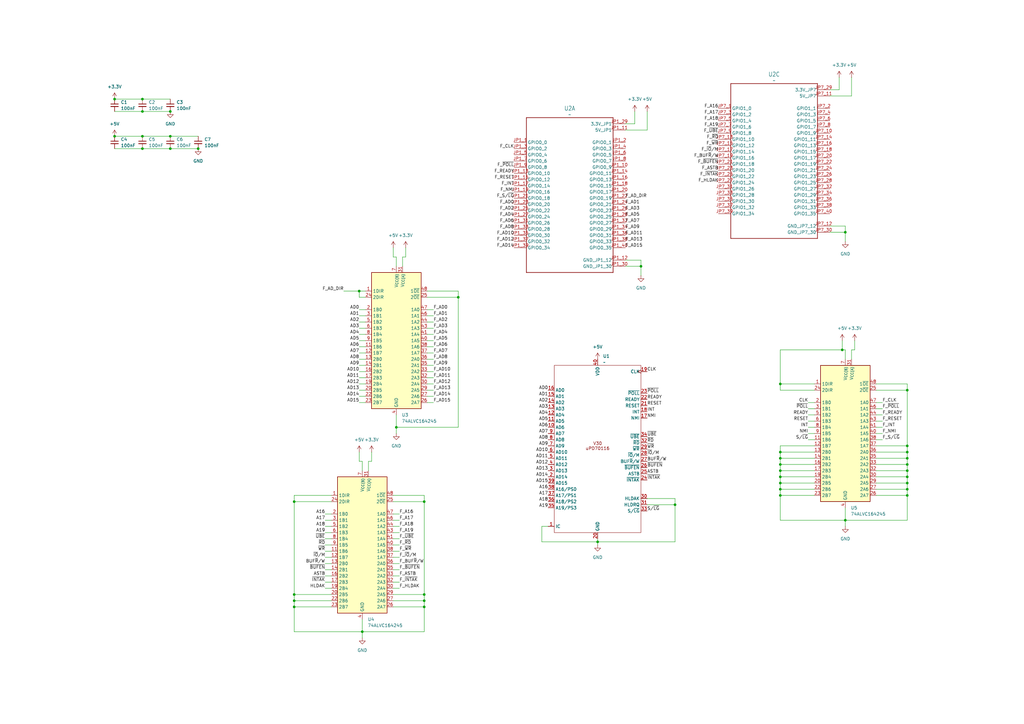
<source format=kicad_sch>
(kicad_sch (version 20231120) (generator "eeschema") (generator_version "8.0")
  (paper "A3")
  (lib_symbols
    (symbol "74xx:74ALVC164245"
      (property "Reference" "U" (at -10.16 29.21 0))
      (property "Value" "74ALVC164245" (at 1.27 -29.21 0))
      (symbol "74ALVC164245_0_1"
        (rectangle (start -10.16 27.94) (end 10.16 -27.94) (stroke (width 0.254)) (fill (type background)))
      )
      (symbol "74ALVC164245_1_1"
        (pin input line (at -12.7 20.32 0) (length 2.54) (name "1DIR") (number "1"))
        (pin passive line (at 0 -30.48 90) (length 2.54) hide (name "GND") (number "10"))
        (pin bidirectional line (at -12.7 -2.54 0) (length 2.54) (name "1B6") (number "11"))
        (pin bidirectional line (at -12.7 -5.08 0) (length 2.54) (name "1B7") (number "12"))
        (pin bidirectional line (at -12.7 -7.62 0) (length 2.54) (name "2B0") (number "13"))
        (pin bidirectional line (at -12.7 -10.16 0) (length 2.54) (name "2B1") (number "14"))
        (pin passive line (at 0 -30.48 90) (length 2.54) hide (name "GND") (number "15"))
        (pin bidirectional line (at -12.7 -12.7 0) (length 2.54) (name "2B2") (number "16"))
        (pin bidirectional line (at -12.7 -15.24 0) (length 2.54) (name "2B3") (number "17"))
        (pin passive line (at 0 30.48 270) (length 2.54) hide (name "V_{CC(B)}") (number "18"))
        (pin bidirectional line (at -12.7 -17.78 0) (length 2.54) (name "2B4") (number "19"))
        (pin bidirectional line (at -12.7 12.7 0) (length 2.54) (name "1B0") (number "2"))
        (pin bidirectional line (at -12.7 -20.32 0) (length 2.54) (name "2B5") (number "20"))
        (pin passive line (at 0 -30.48 90) (length 2.54) hide (name "GND") (number "21"))
        (pin bidirectional line (at -12.7 -22.86 0) (length 2.54) (name "2B6") (number "22"))
        (pin bidirectional line (at -12.7 -25.4 0) (length 2.54) (name "2B7") (number "23"))
        (pin input line (at -12.7 17.78 0) (length 2.54) (name "2DIR") (number "24"))
        (pin input line (at 12.7 17.78 180) (length 2.54) (name "2~{OE}") (number "25"))
        (pin bidirectional line (at 12.7 -25.4 180) (length 2.54) (name "2A7") (number "26"))
        (pin bidirectional line (at 12.7 -22.86 180) (length 2.54) (name "2A6") (number "27"))
        (pin passive line (at 0 -30.48 90) (length 2.54) hide (name "GND") (number "28"))
        (pin bidirectional line (at 12.7 -20.32 180) (length 2.54) (name "2A5") (number "29"))
        (pin bidirectional line (at -12.7 10.16 0) (length 2.54) (name "1B1") (number "3"))
        (pin bidirectional line (at 12.7 -17.78 180) (length 2.54) (name "2A4") (number "30"))
        (pin power_in line (at 2.54 30.48 270) (length 2.54) (name "V_{CC(A)}") (number "31"))
        (pin bidirectional line (at 12.7 -15.24 180) (length 2.54) (name "2A3") (number "32"))
        (pin bidirectional line (at 12.7 -12.7 180) (length 2.54) (name "2A2") (number "33"))
        (pin passive line (at 0 -30.48 90) (length 2.54) hide (name "GND") (number "34"))
        (pin bidirectional line (at 12.7 -10.16 180) (length 2.54) (name "2A1") (number "35"))
        (pin bidirectional line (at 12.7 -7.62 180) (length 2.54) (name "2A0") (number "36"))
        (pin bidirectional line (at 12.7 -5.08 180) (length 2.54) (name "1A7") (number "37"))
        (pin bidirectional line (at 12.7 -2.54 180) (length 2.54) (name "1A6") (number "38"))
        (pin passive line (at 0 -30.48 90) (length 2.54) hide (name "GND") (number "39"))
        (pin power_in line (at 0 -30.48 90) (length 2.54) (name "GND") (number "4"))
        (pin bidirectional line (at 12.7 0 180) (length 2.54) (name "1A5") (number "40"))
        (pin bidirectional line (at 12.7 2.54 180) (length 2.54) (name "1A4") (number "41"))
        (pin passive line (at 2.54 30.48 270) (length 2.54) hide (name "V_{CC(A)}") (number "42"))
        (pin bidirectional line (at 12.7 5.08 180) (length 2.54) (name "1A3") (number "43"))
        (pin bidirectional line (at 12.7 7.62 180) (length 2.54) (name "1A2") (number "44"))
        (pin passive line (at 0 -30.48 90) (length 2.54) hide (name "GND") (number "45"))
        (pin bidirectional line (at 12.7 10.16 180) (length 2.54) (name "1A1") (number "46"))
        (pin bidirectional line (at 12.7 12.7 180) (length 2.54) (name "1A0") (number "47"))
        (pin input line (at 12.7 20.32 180) (length 2.54) (name "1~{OE}") (number "48"))
        (pin bidirectional line (at -12.7 7.62 0) (length 2.54) (name "1B2") (number "5"))
        (pin bidirectional line (at -12.7 5.08 0) (length 2.54) (name "1B3") (number "6"))
        (pin power_in line (at 0 30.48 270) (length 2.54) (name "V_{CC(B)}") (number "7"))
        (pin bidirectional line (at -12.7 2.54 0) (length 2.54) (name "1B4") (number "8"))
        (pin bidirectional line (at -12.7 0 0) (length 2.54) (name "1B5") (number "9"))
      )
    )
    (symbol "Device:C_Small" (pin_numbers hide) (pin_names (offset 0.254) hide)
      (property "Reference" "C" (at 0.254 1.778 0))
      (property "Value" "C_Small" (at 0.254 -2.032 0))
      (symbol "C_Small_0_1"
        (polyline (pts (xy -1.524 -0.508) (xy 1.524 -0.508)) (stroke (width 0.3302)))
        (polyline (pts (xy -1.524 0.508) (xy 1.524 0.508)) (stroke (width 0.3048)))
      )
      (symbol "C_Small_1_1"
        (pin passive line (at 0 2.54 270) (length 2.032) (name "~") (number "1"))
        (pin passive line (at 0 -2.54 90) (length 2.032) (name "~") (number "2"))
      )
    )
    (symbol "NEC-DE10:P0496"
      (property "Reference" "U" (at -17.78 33.02 0))
      (symbol "P0496_1_0"
        (polyline (pts (xy -17.78 -33.02) (xy -17.78 30.48)) (stroke (width 0.254)))
        (polyline (pts (xy -17.78 30.48) (xy 17.78 30.48)) (stroke (width 0.254)))
        (polyline (pts (xy 17.78 -33.02) (xy -17.78 -33.02)) (stroke (width 0.254)))
        (polyline (pts (xy 17.78 30.48) (xy 17.78 -33.02)) (stroke (width 0.254)))
        (pin bidirectional line (at -22.86 20.32 0) (length 5.08) (name "GPIO0_0") (number "JP1_1"))
        (pin bidirectional line (at 22.86 10.16 180) (length 5.08) (name "GPIO0_9") (number "JP1_10"))
        (pin power_in line (at 22.86 25.4 180) (length 5.08) (name "5V_JP1") (number "JP1_11"))
        (pin power_in line (at 22.86 -27.94 180) (length 5.08) (name "GND_JP1_12") (number "JP1_12"))
        (pin bidirectional line (at -22.86 7.62 0) (length 5.08) (name "GPIO0_10") (number "JP1_13"))
        (pin bidirectional line (at 22.86 7.62 180) (length 5.08) (name "GPIO0_11") (number "JP1_14"))
        (pin bidirectional line (at -22.86 5.08 0) (length 5.08) (name "GPIO0_12") (number "JP1_15"))
        (pin bidirectional line (at 22.86 5.08 180) (length 5.08) (name "GPIO0_13") (number "JP1_16"))
        (pin bidirectional line (at -22.86 2.54 0) (length 5.08) (name "GPIO0_14") (number "JP1_17"))
        (pin bidirectional line (at 22.86 2.54 180) (length 5.08) (name "GPIO0_15") (number "JP1_18"))
        (pin bidirectional line (at -22.86 0 0) (length 5.08) (name "GPIO0_16") (number "JP1_19"))
        (pin bidirectional line (at 22.86 20.32 180) (length 5.08) (name "GPIO0_1") (number "JP1_2"))
        (pin bidirectional line (at 22.86 0 180) (length 5.08) (name "GPIO0_17") (number "JP1_20"))
        (pin bidirectional line (at -22.86 -2.54 0) (length 5.08) (name "GPIO0_18") (number "JP1_21"))
        (pin bidirectional line (at 22.86 -2.54 180) (length 5.08) (name "GPIO0_19") (number "JP1_22"))
        (pin bidirectional line (at -22.86 -5.08 0) (length 5.08) (name "GPIO0_20") (number "JP1_23"))
        (pin bidirectional line (at 22.86 -5.08 180) (length 5.08) (name "GPIO0_21") (number "JP1_24"))
        (pin bidirectional line (at -22.86 -7.62 0) (length 5.08) (name "GPIO0_22") (number "JP1_25"))
        (pin bidirectional line (at 22.86 -7.62 180) (length 5.08) (name "GPIO0_23") (number "JP1_26"))
        (pin bidirectional line (at -22.86 -10.16 0) (length 5.08) (name "GPIO0_24") (number "JP1_27"))
        (pin bidirectional line (at 22.86 -10.16 180) (length 5.08) (name "GPIO0_25") (number "JP1_28"))
        (pin power_in line (at 22.86 27.94 180) (length 5.08) (name "3.3V_JP1") (number "JP1_29"))
        (pin bidirectional line (at -22.86 17.78 0) (length 5.08) (name "GPIO0_2") (number "JP1_3"))
        (pin power_in line (at 22.86 -30.48 180) (length 5.08) (name "GND_JP1_30") (number "JP1_30"))
        (pin bidirectional line (at -22.86 -12.7 0) (length 5.08) (name "GPIO0_26") (number "JP1_31"))
        (pin bidirectional line (at 22.86 -12.7 180) (length 5.08) (name "GPIO0_27") (number "JP1_32"))
        (pin bidirectional line (at -22.86 -15.24 0) (length 5.08) (name "GPIO0_28") (number "JP1_33"))
        (pin bidirectional line (at 22.86 -15.24 180) (length 5.08) (name "GPIO0_29") (number "JP1_34"))
        (pin bidirectional line (at -22.86 -17.78 0) (length 5.08) (name "GPIO0_30") (number "JP1_35"))
        (pin bidirectional line (at 22.86 -17.78 180) (length 5.08) (name "GPIO0_31") (number "JP1_36"))
        (pin bidirectional line (at -22.86 -20.32 0) (length 5.08) (name "GPIO0_32") (number "JP1_37"))
        (pin bidirectional line (at 22.86 -20.32 180) (length 5.08) (name "GPIO0_33") (number "JP1_38"))
        (pin bidirectional line (at -22.86 -22.86 0) (length 5.08) (name "GPIO0_34") (number "JP1_39"))
        (pin bidirectional line (at 22.86 17.78 180) (length 5.08) (name "GPIO0_3") (number "JP1_4"))
        (pin bidirectional line (at 22.86 -22.86 180) (length 5.08) (name "GPIO0_35") (number "JP1_40"))
        (pin bidirectional line (at -22.86 15.24 0) (length 5.08) (name "GPIO0_4") (number "JP1_5"))
        (pin bidirectional line (at 22.86 15.24 180) (length 5.08) (name "GPIO0_5") (number "JP1_6"))
        (pin bidirectional line (at -22.86 12.7 0) (length 5.08) (name "GPIO0_6") (number "JP1_7"))
        (pin bidirectional line (at 22.86 12.7 180) (length 5.08) (name "GPIO0_7") (number "JP1_8"))
        (pin bidirectional line (at -22.86 10.16 0) (length 5.08) (name "GPIO0_8") (number "JP1_9"))
      )
      (symbol "P0496_2_0"
        (polyline (pts (xy -15.24 -45.72) (xy -15.24 48.26)) (stroke (width 0.254)))
        (polyline (pts (xy -15.24 -45.72) (xy 15.24 -45.72)) (stroke (width 0.254)))
        (polyline (pts (xy -15.24 48.26) (xy 15.24 48.26)) (stroke (width 0.254)))
        (polyline (pts (xy 15.24 48.26) (xy 15.24 -45.72)) (stroke (width 0.254)))
        (pin bidirectional clock (at -20.32 -25.4 0) (length 5.08) (name "ARDUINO_IO15/SCL") (number "JP2_1"))
        (pin bidirectional line (at -20.32 -7.62 0) (length 5.08) (name "ARDUINO_IO8") (number "JP2_10"))
        (pin bidirectional line (at -20.32 -22.86 0) (length 5.08) (name "ARDUINO_IO14/SDA") (number "JP2_2"))
        (pin bidirectional line (at -20.32 -30.48 0) (length 5.08) (name "ANALOG_VREF") (number "JP2_3"))
        (pin power_in line (at 20.32 -43.18 180) (length 5.08) (name "GND") (number "JP2_4"))
        (pin bidirectional line (at -20.32 -20.32 0) (length 5.08) (name "ARDUINO_IO13") (number "JP2_5"))
        (pin bidirectional line (at -20.32 -17.78 0) (length 5.08) (name "ARDUINO_IO12") (number "JP2_6"))
        (pin bidirectional line (at -20.32 -15.24 0) (length 5.08) (name "ARDUINO_IO11") (number "JP2_7"))
        (pin bidirectional line (at -20.32 -12.7 0) (length 5.08) (name "ARDUINO_IO10") (number "JP2_8"))
        (pin bidirectional line (at -20.32 -10.16 0) (length 5.08) (name "ARDUINO_IO9") (number "JP2_9"))
        (pin bidirectional line (at -20.32 -5.08 0) (length 5.08) (name "ARDUINO_IO7") (number "JP3_1"))
        (pin bidirectional line (at -20.32 -2.54 0) (length 5.08) (name "ARDUINO_IO6") (number "JP3_2"))
        (pin bidirectional line (at -20.32 0 0) (length 5.08) (name "ARDUINO_IO5") (number "JP3_3"))
        (pin bidirectional line (at -20.32 2.54 0) (length 5.08) (name "ARDUINO_IO4") (number "JP3_4"))
        (pin bidirectional line (at -20.32 5.08 0) (length 5.08) (name "ARDUINO_IO3") (number "JP3_5"))
        (pin bidirectional line (at -20.32 7.62 0) (length 5.08) (name "ARDUINO_IO2") (number "JP3_6"))
        (pin bidirectional line (at -20.32 10.16 0) (length 5.08) (name "ARDUINO_IO1") (number "JP3_7"))
        (pin bidirectional line (at -20.32 12.7 0) (length 5.08) (name "ARDUINO_IO0") (number "JP3_8"))
        (pin bidirectional line (at -20.32 -17.78 0) (length 5.08) (name "ARDUINO_IO12") (number "JP4_1"))
        (pin power_in line (at 20.32 45.72 180) (length 5.08) (name "VCC5") (number "JP4_2"))
        (pin bidirectional line (at -20.32 -20.32 0) (length 5.08) (name "ARDUINO_IO13") (number "JP4_3"))
        (pin bidirectional line (at -20.32 -15.24 0) (length 5.08) (name "ARDUINO_IO11") (number "JP4_4"))
        (pin input line (at -20.32 35.56 0) (length 5.08) (name "ARDUINO_RESET_N") (number "JP4_5"))
        (pin power_in line (at 20.32 -43.18 180) (length 5.08) (name "GND") (number "JP4_6"))
        (pin no_connect line (at -20.32 -38.1 0) (length 5.08) (name "NC") (number "JP5_1"))
        (pin bidirectional line (at -20.32 -33.02 0) (length 5.08) (name "IOREF") (number "JP5_2"))
        (pin input line (at -20.32 35.56 0) (length 5.08) (name "ARDUINO_RESET_N") (number "JP5_3"))
        (pin power_in line (at 20.32 43.18 180) (length 5.08) (name "VCC3P3") (number "JP5_4"))
        (pin power_in line (at 20.32 45.72 180) (length 5.08) (name "VCC5") (number "JP5_5"))
        (pin power_in line (at 20.32 -43.18 180) (length 5.08) (name "GND") (number "JP5_6"))
        (pin power_in line (at 20.32 -43.18 180) (length 5.08) (name "GND") (number "JP5_7"))
        (pin power_in line (at 20.32 40.64 180) (length 5.08) (name "VCC9") (number "JP5_8"))
        (pin input line (at -20.32 30.48 0) (length 5.08) (name "ADC_IN0") (number "JP6_1"))
        (pin input line (at -20.32 27.94 0) (length 5.08) (name "ADC_IN1") (number "JP6_2"))
        (pin input line (at -20.32 25.4 0) (length 5.08) (name "ADC_IN2") (number "JP6_3"))
        (pin input line (at -20.32 22.86 0) (length 5.08) (name "ADC_IN3") (number "JP6_4"))
        (pin input line (at -20.32 20.32 0) (length 5.08) (name "ADC_IN4") (number "JP6_5"))
        (pin input line (at -20.32 17.78 0) (length 5.08) (name "ADC_IN5") (number "JP6_6"))
      )
      (symbol "P0496_3_0"
        (polyline (pts (xy -17.78 -30.48) (xy -17.78 33.02)) (stroke (width 0.254)))
        (polyline (pts (xy -17.78 33.02) (xy 17.78 33.02)) (stroke (width 0.254)))
        (polyline (pts (xy 17.78 -30.48) (xy -17.78 -30.48)) (stroke (width 0.254)))
        (polyline (pts (xy 17.78 33.02) (xy 17.78 -30.48)) (stroke (width 0.254)))
        (pin bidirectional line (at -22.86 22.86 0) (length 5.08) (name "GPIO1_0") (number "JP7_1"))
        (pin bidirectional line (at 22.86 12.7 180) (length 5.08) (name "GPIO1_9") (number "JP7_10"))
        (pin power_in line (at 22.86 27.94 180) (length 5.08) (name "5V_JP7") (number "JP7_11"))
        (pin power_in line (at 22.86 -25.4 180) (length 5.08) (name "GND_JP7_12") (number "JP7_12"))
        (pin bidirectional line (at -22.86 10.16 0) (length 5.08) (name "GPIO1_10") (number "JP7_13"))
        (pin bidirectional line (at 22.86 10.16 180) (length 5.08) (name "GPIO1_11") (number "JP7_14"))
        (pin bidirectional line (at -22.86 7.62 0) (length 5.08) (name "GPIO1_12") (number "JP7_15"))
        (pin bidirectional line (at 22.86 7.62 180) (length 5.08) (name "GPIO1_13") (number "JP7_16"))
        (pin bidirectional line (at -22.86 5.08 0) (length 5.08) (name "GPIO1_14") (number "JP7_17"))
        (pin bidirectional line (at 22.86 5.08 180) (length 5.08) (name "GPIO1_15") (number "JP7_18"))
        (pin bidirectional line (at -22.86 2.54 0) (length 5.08) (name "GPIO1_16") (number "JP7_19"))
        (pin bidirectional line (at 22.86 22.86 180) (length 5.08) (name "GPIO1_1") (number "JP7_2"))
        (pin bidirectional line (at 22.86 2.54 180) (length 5.08) (name "GPIO1_17") (number "JP7_20"))
        (pin bidirectional line (at -22.86 0 0) (length 5.08) (name "GPIO1_18") (number "JP7_21"))
        (pin bidirectional line (at 22.86 0 180) (length 5.08) (name "GPIO1_19") (number "JP7_22"))
        (pin bidirectional line (at -22.86 -2.54 0) (length 5.08) (name "GPIO1_20") (number "JP7_23"))
        (pin bidirectional line (at 22.86 -2.54 180) (length 5.08) (name "GPIO1_21") (number "JP7_24"))
        (pin bidirectional line (at -22.86 -5.08 0) (length 5.08) (name "GPIO1_22") (number "JP7_25"))
        (pin bidirectional line (at 22.86 -5.08 180) (length 5.08) (name "GPIO1_23") (number "JP7_26"))
        (pin bidirectional line (at -22.86 -7.62 0) (length 5.08) (name "GPIO1_24") (number "JP7_27"))
        (pin bidirectional line (at 22.86 -7.62 180) (length 5.08) (name "GPIO1_25") (number "JP7_28"))
        (pin power_in line (at 22.86 30.48 180) (length 5.08) (name "3.3V_JP7") (number "JP7_29"))
        (pin bidirectional line (at -22.86 20.32 0) (length 5.08) (name "GPIO1_2") (number "JP7_3"))
        (pin power_in line (at 22.86 -27.94 180) (length 5.08) (name "GND_JP7_30") (number "JP7_30"))
        (pin bidirectional line (at -22.86 -10.16 0) (length 5.08) (name "GPIO1_26") (number "JP7_31"))
        (pin bidirectional line (at 22.86 -10.16 180) (length 5.08) (name "GPIO1_27") (number "JP7_32"))
        (pin bidirectional line (at -22.86 -12.7 0) (length 5.08) (name "GPIO1_28") (number "JP7_33"))
        (pin bidirectional line (at 22.86 -12.7 180) (length 5.08) (name "GPIO1_29") (number "JP7_34"))
        (pin bidirectional line (at -22.86 -15.24 0) (length 5.08) (name "GPIO1_30") (number "JP7_35"))
        (pin bidirectional line (at 22.86 -15.24 180) (length 5.08) (name "GPIO1_31") (number "JP7_36"))
        (pin bidirectional line (at -22.86 -17.78 0) (length 5.08) (name "GPIO1_32") (number "JP7_37"))
        (pin bidirectional line (at 22.86 -17.78 180) (length 5.08) (name "GPIO1_33") (number "JP7_38"))
        (pin bidirectional line (at -22.86 -20.32 0) (length 5.08) (name "GPIO1_34") (number "JP7_39"))
        (pin bidirectional line (at 22.86 20.32 180) (length 5.08) (name "GPIO1_3") (number "JP7_4"))
        (pin bidirectional line (at 22.86 -20.32 180) (length 5.08) (name "GPIO1_35") (number "JP7_40"))
        (pin bidirectional line (at -22.86 17.78 0) (length 5.08) (name "GPIO1_4") (number "JP7_5"))
        (pin bidirectional line (at 22.86 17.78 180) (length 5.08) (name "GPIO1_5") (number "JP7_6"))
        (pin bidirectional line (at -22.86 15.24 0) (length 5.08) (name "GPIO1_6") (number "JP7_7"))
        (pin bidirectional line (at 22.86 15.24 180) (length 5.08) (name "GPIO1_7") (number "JP7_8"))
        (pin bidirectional line (at -22.86 12.7 0) (length 5.08) (name "GPIO1_8") (number "JP7_9"))
      )
    )
    (symbol "NEC-DE10:V30"
      (property "Reference" "U" (at -17.018 34.544 0))
      (symbol "V30_0_0"
        (pin input line (at -20.32 -33.02 0) (length 2.54) (name "IC") (number "1"))
        (pin bidirectional line (at -20.32 7.62 0) (length 2.54) (name "AD6") (number "10"))
        (pin bidirectional line (at -20.32 10.16 0) (length 2.54) (name "AD5") (number "11"))
        (pin bidirectional line (at -20.32 12.7 0) (length 2.54) (name "AD4") (number "12"))
        (pin bidirectional line (at -20.32 15.24 0) (length 2.54) (name "AD3") (number "13"))
        (pin bidirectional line (at -20.32 17.78 0) (length 2.54) (name "AD2") (number "14"))
        (pin bidirectional line (at -20.32 20.32 0) (length 2.54) (name "AD1") (number "15"))
        (pin bidirectional line (at -20.32 22.86 0) (length 2.54) (name "AD0") (number "16"))
        (pin input line (at 20.32 11.43 180) (length 2.54) (name "NMI") (number "17"))
        (pin input line (at 20.32 13.97 180) (length 2.54) (name "INT") (number "18"))
        (pin bidirectional line (at -20.32 -12.7 0) (length 2.54) (name "AD14") (number "2"))
        (pin power_in line (at 0 -38.1 90) (length 2.54) (name "GND") (number "20"))
        (pin input line (at 20.32 16.51 180) (length 2.54) (name "RESET") (number "21"))
        (pin input line (at 20.32 19.05 180) (length 2.54) (name "READY") (number "22"))
        (pin input line (at 20.32 21.59 180) (length 2.54) (name "~{POLL}") (number "23"))
        (pin output line (at 20.32 -11.43 180) (length 2.54) (name "ASTB") (number "25"))
        (pin output line (at 20.32 -8.89 180) (length 2.54) (name "~{BUFEN}") (number "26"))
        (pin output line (at 20.32 -6.35 180) (length 2.54) (name "BUF~{R}/W") (number "27"))
        (pin output line (at 20.32 -3.81 180) (length 2.54) (name "~{IO}/M") (number "28"))
        (pin output line (at 20.32 -1.27 180) (length 2.54) (name "~{WR}") (number "29"))
        (pin bidirectional line (at -20.32 -10.16 0) (length 2.54) (name "AD13") (number "3"))
        (pin bidirectional line (at 20.32 -21.59 180) (length 2.54) (name "HLDAK") (number "30"))
        (pin bidirectional line (at 20.32 -24.13 180) (length 2.54) (name "HLDRQ") (number "31"))
        (pin output line (at 20.32 1.27 180) (length 2.54) (name "~{RD}") (number "32"))
        (pin input line (at 20.32 -26.67 180) (length 2.54) (name "S/~{LG}") (number "33"))
        (pin output line (at -20.32 -25.4 0) (length 2.54) (name "A19/PS3") (number "35"))
        (pin output line (at -20.32 -22.86 0) (length 2.54) (name "A18/PS2") (number "36"))
        (pin output line (at -20.32 -20.32 0) (length 2.54) (name "A17/PS1") (number "37"))
        (pin output line (at -20.32 -17.78 0) (length 2.54) (name "A16/PS0") (number "38"))
        (pin bidirectional line (at -20.32 -7.62 0) (length 2.54) (name "AD12") (number "4"))
        (pin power_in line (at 0 35.56 270) (length 2.54) (name "VDD") (number "40"))
        (pin bidirectional line (at -20.32 -5.08 0) (length 2.54) (name "AD11") (number "5"))
        (pin bidirectional line (at -20.32 -2.54 0) (length 2.54) (name "AD10") (number "6"))
        (pin bidirectional line (at -20.32 0 0) (length 2.54) (name "AD9") (number "7"))
        (pin bidirectional line (at -20.32 2.54 0) (length 2.54) (name "AD8") (number "8"))
        (pin bidirectional line (at -20.32 5.08 0) (length 2.54) (name "AD7") (number "9"))
      )
      (symbol "V30_0_1"
        (rectangle (start -17.78 33.02) (end 17.78 -35.56))
      )
      (symbol "V30_1_0"
        (pin output clock (at 20.32 30.48 180) (length 2.54) (name "CLK") (number "19"))
        (pin output line (at 20.32 -13.97 180) (length 2.54) (name "~{INTAK}") (number "24"))
        (pin output line (at 20.32 3.81 180) (length 2.54) (name "~{UBE}") (number "34"))
        (pin bidirectional line (at -20.32 -15.24 0) (length 2.54) (name "AD15") (number "39"))
      )
      (symbol "V30_1_1"
        (text "V30\nuPD70116" (at 0 0 0) (effects (font (size 1.27 1.27))))
      )
    )
    (symbol "power:+3.3V" (power) (pin_numbers hide) (pin_names (offset 0) hide)
      (property "Value" "+3.3V" (at 0 3.556 0))
      (symbol "+3.3V_0_1"
        (polyline (pts (xy -0.762 1.27) (xy 0 2.54)))
        (polyline (pts (xy 0 0) (xy 0 2.54)))
        (polyline (pts (xy 0 2.54) (xy 0.762 1.27)))
      )
      (symbol "+3.3V_1_1"
        (pin power_in line (at 0 0 90) (length 0) (name "~") (number "1"))
      )
    )
    (symbol "power:+5V" (power) (pin_numbers hide) (pin_names (offset 0) hide)
      (property "Value" "+5V" (at 0 3.556 0))
      (symbol "+5V_0_1"
        (polyline (pts (xy -0.762 1.27) (xy 0 2.54)))
        (polyline (pts (xy 0 0) (xy 0 2.54)))
        (polyline (pts (xy 0 2.54) (xy 0.762 1.27)))
      )
      (symbol "+5V_1_1"
        (pin power_in line (at 0 0 90) (length 0) (name "~") (number "1"))
      )
    )
    (symbol "power:GND" (power) (pin_numbers hide) (pin_names (offset 0) hide)
      (property "Value" "GND" (at 0 -3.81 0))
      (symbol "GND_0_1"
        (polyline (pts (xy 0 0) (xy 0 -1.27) (xy 1.27 -1.27) (xy 0 -2.54) (xy -1.27 -1.27) (xy 0 -1.27)))
      )
      (symbol "GND_1_1"
        (pin power_in line (at 0 0 270) (length 0) (name "~") (number "1"))
      )
    )
  )
  (junction (at 120.65 248.92))
  (junction (at 81.28 60.96))
  (junction (at 320.04 198.12))
  (junction (at 120.65 243.84))
  (junction (at 372.11 160.02))
  (junction (at 320.04 190.5))
  (junction (at 345.44 143.51))
  (junction (at 187.96 121.92))
  (junction (at 372.11 187.96))
  (junction (at 372.11 193.04))
  (junction (at 173.99 246.38))
  (junction (at 320.04 195.58))
  (junction (at 69.85 45.72))
  (junction (at 320.04 187.96))
  (junction (at 162.56 175.26))
  (junction (at 120.65 246.38))
  (junction (at 245.11 222.25))
  (junction (at 346.71 213.36))
  (junction (at 320.04 193.04))
  (junction (at 58.42 60.96))
  (junction (at 69.85 55.88))
  (junction (at 320.04 203.2))
  (junction (at 58.42 45.72))
  (junction (at 173.99 248.92))
  (junction (at 148.59 259.08))
  (junction (at 147.32 119.38))
  (junction (at 120.65 205.74))
  (junction (at 173.99 243.84))
  (junction (at 372.11 200.66))
  (junction (at 320.04 200.66))
  (junction (at 372.11 190.5))
  (junction (at 320.04 157.48))
  (junction (at 372.11 198.12))
  (junction (at 372.11 182.88))
  (junction (at 346.71 95.25))
  (junction (at 320.04 185.42))
  (junction (at 46.99 40.64))
  (junction (at 173.99 205.74))
  (junction (at 372.11 185.42))
  (junction (at 58.42 40.64))
  (junction (at 276.86 207.01))
  (junction (at 262.89 109.22))
  (junction (at 69.85 60.96))
  (junction (at 46.99 55.88))
  (junction (at 372.11 203.2))
  (junction (at 372.11 195.58))
  (junction (at 58.42 55.88))
  (wire (pts (xy 320.04 187.96) (xy 320.04 190.5)))
  (wire (pts (xy 135.89 215.9) (xy 133.35 215.9)))
  (wire (pts (xy 320.04 185.42) (xy 320.04 187.96)))
  (wire (pts (xy 163.83 238.76) (xy 161.29 238.76)))
  (wire (pts (xy 135.89 213.36) (xy 133.35 213.36)))
  (wire (pts (xy 163.83 220.98) (xy 161.29 220.98)))
  (wire (pts (xy 151.13 189.23) (xy 152.4 189.23)))
  (wire (pts (xy 340.36 95.25) (xy 346.71 95.25)))
  (wire (pts (xy 340.36 92.71) (xy 346.71 92.71)))
  (wire (pts (xy 175.26 152.4) (xy 177.8 152.4)))
  (wire (pts (xy 120.65 243.84) (xy 120.65 246.38)))
  (wire (pts (xy 147.32 154.94) (xy 149.86 154.94)))
  (wire (pts (xy 175.26 154.94) (xy 177.8 154.94)))
  (wire (pts (xy 175.26 165.1) (xy 177.8 165.1)))
  (wire (pts (xy 163.83 223.52) (xy 161.29 223.52)))
  (wire (pts (xy 346.71 147.32) (xy 346.71 143.51)))
  (wire (pts (xy 162.56 170.18) (xy 162.56 175.26)))
  (wire (pts (xy 58.42 60.96) (xy 69.85 60.96)))
  (wire (pts (xy 46.99 55.88) (xy 58.42 55.88)))
  (wire (pts (xy 120.65 246.38) (xy 120.65 248.92)))
  (wire (pts (xy 147.32 129.54) (xy 149.86 129.54)))
  (wire (pts (xy 340.36 36.83) (xy 344.17 36.83)))
  (wire (pts (xy 69.85 55.88) (xy 81.28 55.88)))
  (wire (pts (xy 361.95 165.1) (xy 359.41 165.1)))
  (wire (pts (xy 346.71 213.36) (xy 346.71 215.9)))
  (wire (pts (xy 320.04 198.12) (xy 334.01 198.12)))
  (wire (pts (xy 359.41 203.2) (xy 372.11 203.2)))
  (wire (pts (xy 135.89 220.98) (xy 133.35 220.98)))
  (wire (pts (xy 320.04 190.5) (xy 334.01 190.5)))
  (wire (pts (xy 163.83 218.44) (xy 161.29 218.44)))
  (wire (pts (xy 135.89 210.82) (xy 133.35 210.82)))
  (wire (pts (xy 147.32 162.56) (xy 149.86 162.56)))
  (wire (pts (xy 147.32 157.48) (xy 149.86 157.48)))
  (wire (pts (xy 165.1 109.22) (xy 165.1 105.41)))
  (wire (pts (xy 256.54 53.34) (xy 265.43 53.34)))
  (wire (pts (xy 173.99 259.08) (xy 148.59 259.08)))
  (wire (pts (xy 46.99 45.72) (xy 58.42 45.72)))
  (wire (pts (xy 120.65 243.84) (xy 120.65 205.74)))
  (wire (pts (xy 147.32 119.38) (xy 149.86 119.38)))
  (wire (pts (xy 372.11 195.58) (xy 372.11 193.04)))
  (wire (pts (xy 320.04 160.02) (xy 334.01 160.02)))
  (wire (pts (xy 120.65 248.92) (xy 135.89 248.92)))
  (wire (pts (xy 149.86 121.92) (xy 147.32 121.92)))
  (wire (pts (xy 372.11 187.96) (xy 372.11 185.42)))
  (wire (pts (xy 135.89 238.76) (xy 133.35 238.76)))
  (wire (pts (xy 162.56 105.41) (xy 161.29 105.41)))
  (wire (pts (xy 256.54 106.68) (xy 262.89 106.68)))
  (wire (pts (xy 320.04 203.2) (xy 320.04 213.36)))
  (wire (pts (xy 135.89 243.84) (xy 120.65 243.84)))
  (wire (pts (xy 163.83 213.36) (xy 161.29 213.36)))
  (wire (pts (xy 334.01 157.48) (xy 320.04 157.48)))
  (wire (pts (xy 140.97 119.38) (xy 147.32 119.38)))
  (wire (pts (xy 359.41 190.5) (xy 372.11 190.5)))
  (wire (pts (xy 147.32 137.16) (xy 149.86 137.16)))
  (wire (pts (xy 175.26 137.16) (xy 177.8 137.16)))
  (wire (pts (xy 320.04 195.58) (xy 334.01 195.58)))
  (wire (pts (xy 359.41 195.58) (xy 372.11 195.58)))
  (wire (pts (xy 135.89 203.2) (xy 120.65 203.2)))
  (wire (pts (xy 320.04 190.5) (xy 320.04 193.04)))
  (wire (pts (xy 372.11 193.04) (xy 372.11 190.5)))
  (wire (pts (xy 320.04 195.58) (xy 320.04 198.12)))
  (wire (pts (xy 372.11 203.2) (xy 372.11 200.66)))
  (wire (pts (xy 58.42 55.88) (xy 69.85 55.88)))
  (wire (pts (xy 361.95 175.26) (xy 359.41 175.26)))
  (wire (pts (xy 147.32 149.86) (xy 149.86 149.86)))
  (wire (pts (xy 135.89 223.52) (xy 133.35 223.52)))
  (wire (pts (xy 359.41 193.04) (xy 372.11 193.04)))
  (wire (pts (xy 161.29 205.74) (xy 173.99 205.74)))
  (wire (pts (xy 175.26 162.56) (xy 177.8 162.56)))
  (wire (pts (xy 163.83 228.6) (xy 161.29 228.6)))
  (wire (pts (xy 256.54 109.22) (xy 262.89 109.22)))
  (wire (pts (xy 152.4 189.23) (xy 152.4 185.42)))
  (wire (pts (xy 320.04 187.96) (xy 334.01 187.96)))
  (wire (pts (xy 334.01 165.1) (xy 331.47 165.1)))
  (wire (pts (xy 320.04 213.36) (xy 346.71 213.36)))
  (wire (pts (xy 175.26 157.48) (xy 177.8 157.48)))
  (wire (pts (xy 359.41 198.12) (xy 372.11 198.12)))
  (wire (pts (xy 175.26 119.38) (xy 187.96 119.38)))
  (wire (pts (xy 349.25 39.37) (xy 349.25 31.75)))
  (wire (pts (xy 161.29 248.92) (xy 173.99 248.92)))
  (wire (pts (xy 334.01 180.34) (xy 331.47 180.34)))
  (wire (pts (xy 245.11 222.25) (xy 245.11 223.52)))
  (wire (pts (xy 120.65 259.08) (xy 148.59 259.08)))
  (wire (pts (xy 148.59 193.04) (xy 148.59 189.23)))
  (wire (pts (xy 372.11 213.36) (xy 346.71 213.36)))
  (wire (pts (xy 173.99 246.38) (xy 173.99 243.84)))
  (wire (pts (xy 320.04 193.04) (xy 334.01 193.04)))
  (wire (pts (xy 346.71 95.25) (xy 346.71 99.06)))
  (wire (pts (xy 372.11 185.42) (xy 372.11 182.88)))
  (wire (pts (xy 163.83 215.9) (xy 161.29 215.9)))
  (wire (pts (xy 320.04 182.88) (xy 320.04 185.42)))
  (wire (pts (xy 175.26 139.7) (xy 177.8 139.7)))
  (wire (pts (xy 175.26 142.24) (xy 177.8 142.24)))
  (wire (pts (xy 58.42 45.72) (xy 69.85 45.72)))
  (wire (pts (xy 260.35 50.8) (xy 260.35 45.72)))
  (wire (pts (xy 163.83 210.82) (xy 161.29 210.82)))
  (wire (pts (xy 320.04 198.12) (xy 320.04 200.66)))
  (wire (pts (xy 147.32 134.62) (xy 149.86 134.62)))
  (wire (pts (xy 165.1 105.41) (xy 166.37 105.41)))
  (wire (pts (xy 151.13 193.04) (xy 151.13 189.23)))
  (wire (pts (xy 163.83 241.3) (xy 161.29 241.3)))
  (wire (pts (xy 320.04 143.51) (xy 320.04 157.48)))
  (wire (pts (xy 349.25 147.32) (xy 349.25 143.51)))
  (wire (pts (xy 175.26 144.78) (xy 177.8 144.78)))
  (wire (pts (xy 69.85 60.96) (xy 81.28 60.96)))
  (wire (pts (xy 345.44 143.51) (xy 345.44 139.7)))
  (wire (pts (xy 46.99 40.64) (xy 58.42 40.64)))
  (wire (pts (xy 256.54 50.8) (xy 260.35 50.8)))
  (wire (pts (xy 262.89 109.22) (xy 262.89 113.03)))
  (wire (pts (xy 173.99 248.92) (xy 173.99 246.38)))
  (wire (pts (xy 120.65 203.2) (xy 120.65 205.74)))
  (wire (pts (xy 161.29 105.41) (xy 161.29 101.6)))
  (wire (pts (xy 187.96 175.26) (xy 162.56 175.26)))
  (wire (pts (xy 148.59 254) (xy 148.59 259.08)))
  (wire (pts (xy 166.37 105.41) (xy 166.37 101.6)))
  (wire (pts (xy 135.89 236.22) (xy 133.35 236.22)))
  (wire (pts (xy 361.95 180.34) (xy 359.41 180.34)))
  (wire (pts (xy 173.99 203.2) (xy 161.29 203.2)))
  (wire (pts (xy 276.86 207.01) (xy 276.86 222.25)))
  (wire (pts (xy 361.95 177.8) (xy 359.41 177.8)))
  (wire (pts (xy 120.65 246.38) (xy 135.89 246.38)))
  (wire (pts (xy 334.01 170.18) (xy 331.47 170.18)))
  (wire (pts (xy 340.36 39.37) (xy 349.25 39.37)))
  (wire (pts (xy 147.32 165.1) (xy 149.86 165.1)))
  (wire (pts (xy 147.32 142.24) (xy 149.86 142.24)))
  (wire (pts (xy 187.96 119.38) (xy 187.96 121.92)))
  (wire (pts (xy 265.43 204.47) (xy 276.86 204.47)))
  (wire (pts (xy 162.56 175.26) (xy 162.56 177.8)))
  (wire (pts (xy 175.26 127) (xy 177.8 127)))
  (wire (pts (xy 135.89 218.44) (xy 133.35 218.44)))
  (wire (pts (xy 359.41 187.96) (xy 372.11 187.96)))
  (wire (pts (xy 135.89 226.06) (xy 133.35 226.06)))
  (wire (pts (xy 372.11 200.66) (xy 372.11 198.12)))
  (wire (pts (xy 372.11 160.02) (xy 372.11 157.48)))
  (wire (pts (xy 147.32 160.02) (xy 149.86 160.02)))
  (wire (pts (xy 320.04 200.66) (xy 320.04 203.2)))
  (wire (pts (xy 147.32 121.92) (xy 147.32 119.38)))
  (wire (pts (xy 350.52 143.51) (xy 350.52 139.7)))
  (wire (pts (xy 163.83 233.68) (xy 161.29 233.68)))
  (wire (pts (xy 265.43 53.34) (xy 265.43 45.72)))
  (wire (pts (xy 372.11 182.88) (xy 372.11 160.02)))
  (wire (pts (xy 320.04 157.48) (xy 320.04 160.02)))
  (wire (pts (xy 372.11 198.12) (xy 372.11 195.58)))
  (wire (pts (xy 187.96 121.92) (xy 187.96 175.26)))
  (wire (pts (xy 359.41 160.02) (xy 372.11 160.02)))
  (wire (pts (xy 120.65 205.74) (xy 135.89 205.74)))
  (wire (pts (xy 361.95 167.64) (xy 359.41 167.64)))
  (wire (pts (xy 173.99 259.08) (xy 173.99 248.92)))
  (wire (pts (xy 148.59 189.23) (xy 147.32 189.23)))
  (wire (pts (xy 161.29 243.84) (xy 173.99 243.84)))
  (wire (pts (xy 276.86 204.47) (xy 276.86 207.01)))
  (wire (pts (xy 135.89 228.6) (xy 133.35 228.6)))
  (wire (pts (xy 175.26 147.32) (xy 177.8 147.32)))
  (wire (pts (xy 359.41 182.88) (xy 372.11 182.88)))
  (wire (pts (xy 173.99 243.84) (xy 173.99 205.74)))
  (wire (pts (xy 224.79 215.9) (xy 222.25 215.9)))
  (wire (pts (xy 334.01 175.26) (xy 331.47 175.26)))
  (wire (pts (xy 372.11 157.48) (xy 359.41 157.48)))
  (wire (pts (xy 346.71 143.51) (xy 345.44 143.51)))
  (wire (pts (xy 147.32 132.08) (xy 149.86 132.08)))
  (wire (pts (xy 46.99 60.96) (xy 58.42 60.96)))
  (wire (pts (xy 349.25 143.51) (xy 350.52 143.51)))
  (wire (pts (xy 345.44 143.51) (xy 320.04 143.51)))
  (wire (pts (xy 320.04 182.88) (xy 334.01 182.88)))
  (wire (pts (xy 372.11 190.5) (xy 372.11 187.96)))
  (wire (pts (xy 245.11 220.98) (xy 245.11 222.25)))
  (wire (pts (xy 135.89 233.68) (xy 133.35 233.68)))
  (wire (pts (xy 222.25 215.9) (xy 222.25 222.25)))
  (wire (pts (xy 320.04 185.42) (xy 334.01 185.42)))
  (wire (pts (xy 334.01 172.72) (xy 331.47 172.72)))
  (wire (pts (xy 58.42 40.64) (xy 69.85 40.64)))
  (wire (pts (xy 161.29 246.38) (xy 173.99 246.38)))
  (wire (pts (xy 163.83 226.06) (xy 161.29 226.06)))
  (wire (pts (xy 359.41 200.66) (xy 372.11 200.66)))
  (wire (pts (xy 175.26 160.02) (xy 177.8 160.02)))
  (wire (pts (xy 147.32 147.32) (xy 149.86 147.32)))
  (wire (pts (xy 334.01 177.8) (xy 331.47 177.8)))
  (wire (pts (xy 120.65 248.92) (xy 120.65 259.08)))
  (wire (pts (xy 175.26 121.92) (xy 187.96 121.92)))
  (wire (pts (xy 175.26 132.08) (xy 177.8 132.08)))
  (wire (pts (xy 320.04 203.2) (xy 334.01 203.2)))
  (wire (pts (xy 361.95 172.72) (xy 359.41 172.72)))
  (wire (pts (xy 222.25 222.25) (xy 245.11 222.25)))
  (wire (pts (xy 147.32 144.78) (xy 149.86 144.78)))
  (wire (pts (xy 175.26 149.86) (xy 177.8 149.86)))
  (wire (pts (xy 320.04 200.66) (xy 334.01 200.66)))
  (wire (pts (xy 147.32 127) (xy 149.86 127)))
  (wire (pts (xy 175.26 134.62) (xy 177.8 134.62)))
  (wire (pts (xy 346.71 208.28) (xy 346.71 213.36)))
  (wire (pts (xy 320.04 193.04) (xy 320.04 195.58)))
  (wire (pts (xy 175.26 129.54) (xy 177.8 129.54)))
  (wire (pts (xy 148.59 259.08) (xy 148.59 261.62)))
  (wire (pts (xy 147.32 189.23) (xy 147.32 185.42)))
  (wire (pts (xy 163.83 231.14) (xy 161.29 231.14)))
  (wire (pts (xy 334.01 167.64) (xy 331.47 167.64)))
  (wire (pts (xy 361.95 170.18) (xy 359.41 170.18)))
  (wire (pts (xy 173.99 205.74) (xy 173.99 203.2)))
  (wire (pts (xy 262.89 106.68) (xy 262.89 109.22)))
  (wire (pts (xy 372.11 213.36) (xy 372.11 203.2)))
  (wire (pts (xy 265.43 207.01) (xy 276.86 207.01)))
  (wire (pts (xy 344.17 36.83) (xy 344.17 31.75)))
  (wire (pts (xy 163.83 236.22) (xy 161.29 236.22)))
  (wire (pts (xy 162.56 109.22) (xy 162.56 105.41)))
  (wire (pts (xy 147.32 152.4) (xy 149.86 152.4)))
  (wire (pts (xy 147.32 139.7) (xy 149.86 139.7)))
  (wire (pts (xy 135.89 241.3) (xy 133.35 241.3)))
  (wire (pts (xy 135.89 231.14) (xy 133.35 231.14)))
  (wire (pts (xy 346.71 92.71) (xy 346.71 95.25)))
  (wire (pts (xy 276.86 222.25) (xy 245.11 222.25)))
  (wire (pts (xy 359.41 185.42) (xy 372.11 185.42)))
  (label "F_INT" (at 210.82 76.2 180))
  (label "F_AD9" (at 256.54 93.98 0))
  (label "F_~{RD}" (at 163.83 223.52 0))
  (label "F_~{BUFEN}" (at 163.83 233.68 0))
  (label "F_AD2" (at 210.82 86.36 180))
  (label "F_READY" (at 361.95 170.18 0))
  (label "AD1" (at 224.79 162.56 180))
  (label "F_AD0" (at 210.82 83.82 180))
  (label "F_NMI" (at 361.95 177.8 0))
  (label "~{IO}{slash}M" (at 265.43 186.69 0))
  (label "INT" (at 331.47 175.26 180))
  (label "F_AD15" (at 177.8 165.1 0))
  (label "F_A18" (at 163.83 215.9 0))
  (label "F_AD5" (at 177.8 139.7 0))
  (label "A19" (at 224.79 208.28 180))
  (label "F_~{POLL}" (at 361.95 167.64 0))
  (label "F_AD7" (at 177.8 144.78 0))
  (label "NMI" (at 331.47 177.8 180))
  (label "F_AD13" (at 256.54 99.06 0))
  (label "F_~{UBE}" (at 294.64 54.61 180))
  (label "~{INTAK}" (at 265.43 196.85 0))
  (label "AD7" (at 224.79 177.8 180))
  (label "~{BUFEN}" (at 133.35 233.68 180))
  (label "ASTB" (at 265.43 194.31 0))
  (label "F_AD3" (at 256.54 86.36 0))
  (label "A18" (at 224.79 205.74 180))
  (label "F_AD1" (at 256.54 83.82 0))
  (label "S{slash}~{LG}" (at 331.47 180.34 180))
  (label "RESET" (at 331.47 172.72 180))
  (label "AD15" (at 224.79 198.12 180))
  (label "F_RESET" (at 361.95 172.72 0))
  (label "F_AD_DIR" (at 140.97 119.38 180))
  (label "F_A16" (at 163.83 210.82 0))
  (label "F_AD12" (at 177.8 157.48 0))
  (label "F_AD8" (at 177.8 147.32 0))
  (label "F_AD12" (at 210.82 99.06 180))
  (label "READY" (at 265.43 163.83 0))
  (label "BUF~{R}{slash}W" (at 265.43 189.23 0))
  (label "F_~{BUFEN}" (at 294.64 67.31 180))
  (label "F_AD7" (at 256.54 91.44 0))
  (label "~{UBE}" (at 133.35 220.98 180))
  (label "F_AD2" (at 177.8 132.08 0))
  (label "ASTB" (at 133.35 236.22 180))
  (label "F_A17" (at 163.83 213.36 0))
  (label "F_AD_DIR" (at 256.54 81.28 0))
  (label "CLK" (at 265.43 152.4 0))
  (label "AD8" (at 147.32 147.32 180))
  (label "AD4" (at 147.32 137.16 180))
  (label "AD12" (at 224.79 190.5 180))
  (label "F_AD9" (at 177.8 149.86 0))
  (label "AD8" (at 224.79 180.34 180))
  (label "F_AD11" (at 177.8 154.94 0))
  (label "AD6" (at 147.32 142.24 180))
  (label "F_~{RD}" (at 294.64 57.15 180))
  (label "AD7" (at 147.32 144.78 180))
  (label "F_A19" (at 294.64 52.07 180))
  (label "NMI" (at 265.43 171.45 0))
  (label "F_~{WR}" (at 294.64 59.69 180))
  (label "AD10" (at 224.79 185.42 180))
  (label "AD15" (at 147.32 165.1 180))
  (label "F_AD10" (at 210.82 96.52 180))
  (label "CLK" (at 331.47 165.1 180))
  (label "F_HLDAK" (at 163.83 241.3 0))
  (label "F_A19" (at 163.83 218.44 0))
  (label "F_~{IO}{slash}M" (at 294.64 62.23 180))
  (label "AD3" (at 224.79 167.64 180))
  (label "F_AD0" (at 177.8 127 0))
  (label "F_CLK" (at 210.82 60.96 180))
  (label "F_AD4" (at 177.8 137.16 0))
  (label "F_AD1" (at 177.8 129.54 0))
  (label "F_A16" (at 294.64 44.45 180))
  (label "F_READY" (at 210.82 71.12 180))
  (label "A17" (at 224.79 203.2 180))
  (label "AD6" (at 224.79 175.26 180))
  (label "~{RD}" (at 133.35 223.52 180))
  (label "F_BUF~{R}{slash}W" (at 163.83 231.14 0))
  (label "~{UBE}" (at 265.43 179.07 0))
  (label "~{IO}{slash}M" (at 133.35 228.6 180))
  (label "F_AD15" (at 256.54 101.6 0))
  (label "A16" (at 224.79 200.66 180))
  (label "AD9" (at 147.32 149.86 180))
  (label "READY" (at 331.47 170.18 180))
  (label "~{BUFEN}" (at 265.43 191.77 0))
  (label "F_AD8" (at 210.82 93.98 180))
  (label "~{WR}" (at 133.35 226.06 180))
  (label "F_AD4" (at 210.82 88.9 180))
  (label "F_~{WR}" (at 163.83 226.06 0))
  (label "F_NMI" (at 210.82 78.74 180))
  (label "AD11" (at 147.32 154.94 180))
  (label "F_AD14" (at 210.82 101.6 180))
  (label "AD12" (at 147.32 157.48 180))
  (label "F_INT" (at 361.95 175.26 0))
  (label "AD10" (at 147.32 152.4 180))
  (label "F_AD11" (at 256.54 96.52 0))
  (label "F_AD10" (at 177.8 152.4 0))
  (label "AD5" (at 147.32 139.7 180))
  (label "~{RD}" (at 265.43 181.61 0))
  (label "AD2" (at 147.32 132.08 180))
  (label "HLDAK" (at 133.35 241.3 180))
  (label "F_~{INTAK}" (at 163.83 238.76 0))
  (label "AD5" (at 224.79 172.72 180))
  (label "BUF~{R}{slash}W" (at 133.35 231.14 180))
  (label "F_~{POLL}" (at 210.82 68.58 180))
  (label "~{INTAK}" (at 133.35 238.76 180))
  (label "F_S{slash}~{LG}" (at 210.82 81.28 180))
  (label "AD0" (at 147.32 127 180))
  (label "F_~{INTAK}" (at 294.64 72.39 180))
  (label "AD0" (at 224.79 160.02 180))
  (label "S{slash}~{LG}" (at 265.43 209.55 0))
  (label "A17" (at 133.35 213.36 180))
  (label "F_BUF~{R}{slash}W" (at 294.64 64.77 180))
  (label "~{POLL}" (at 331.47 167.64 180))
  (label "F_S{slash}~{LG}" (at 361.95 180.34 0))
  (label "F_RESET" (at 210.82 73.66 180))
  (label "AD14" (at 147.32 162.56 180))
  (label "F_AD6" (at 210.82 91.44 180))
  (label "AD13" (at 224.79 193.04 180))
  (label "A19" (at 133.35 218.44 180))
  (label "F_HLDAK" (at 294.64 74.93 180))
  (label "F_AD3" (at 177.8 134.62 0))
  (label "RESET" (at 265.43 166.37 0))
  (label "A18" (at 133.35 215.9 180))
  (label "~{WR}" (at 265.43 184.15 0))
  (label "AD11" (at 224.79 187.96 180))
  (label "F_~{UBE}" (at 163.83 220.98 0))
  (label "F_AD14" (at 177.8 162.56 0))
  (label "AD13" (at 147.32 160.02 180))
  (label "AD3" (at 147.32 134.62 180))
  (label "F_AD13" (at 177.8 160.02 0))
  (label "~{POLL}" (at 265.43 161.29 0))
  (label "INT" (at 265.43 168.91 0))
  (label "AD2" (at 224.79 165.1 180))
  (label "A16" (at 133.35 210.82 180))
  (label "AD4" (at 224.79 170.18 180))
  (label "F_A17" (at 294.64 46.99 180))
  (label "F_ASTB" (at 163.83 236.22 0))
  (label "F_AD5" (at 256.54 88.9 0))
  (label "F_~{IO}{slash}M" (at 163.83 228.6 0))
  (label "AD14" (at 224.79 195.58 180))
  (label "F_AD6" (at 177.8 142.24 0))
  (label "F_A18" (at 294.64 49.53 180))
  (label "F_CLK" (at 361.95 165.1 0))
  (label "AD1" (at 147.32 129.54 180))
  (label "AD9" (at 224.79 182.88 180))
  (label "F_ASTB" (at 294.64 69.85 180))
  (symbol (lib_id "power:GND") (at 346.71 99.06 0) (unit 1)
    (property "Reference" "#PWR016" (effects (hide yes)))
    (property "Value" "GND" (at 346.71 104.14 0))
    (property "Description" "Power symbol creates a global label with name \"GND\" , ground" (effects (hide yes)))
  )
  (symbol (lib_id "Device:C_Small") (at 58.42 58.42 0) (unit 1)
    (property "Reference" "C5" (at 60.96 57.1562 0) (effects (justify left)))
    (property "Value" "100nF" (at 60.96 59.6962 0) (effects (justify left)))
    (property "Footprint" "Capacitor_SMD:C_0603_1608Metric" (effects (hide yes)))
    (property "Description" "Unpolarized capacitor, small symbol" (effects (hide yes)))
    (property "MPN" "C14663" (effects (hide yes)))
  )
  (symbol (lib_id "Device:C_Small") (at 69.85 58.42 0) (unit 1)
    (property "Reference" "C6" (at 72.39 57.1562 0) (effects (justify left)))
    (property "Value" "100nF" (at 72.39 59.6962 0) (effects (justify left)))
    (property "Footprint" "Capacitor_SMD:C_0603_1608Metric" (effects (hide yes)))
    (property "Description" "Unpolarized capacitor, small symbol" (effects (hide yes)))
    (property "MPN" "C14663" (effects (hide yes)))
  )
  (symbol (lib_id "power:GND") (at 262.89 113.03 0) (unit 1)
    (property "Reference" "#PWR015" (effects (hide yes)))
    (property "Value" "GND" (at 262.89 118.11 0))
    (property "Description" "Power symbol creates a global label with name \"GND\" , ground" (effects (hide yes)))
  )
  (symbol (lib_id "power:GND") (at 162.56 177.8 0) (unit 1)
    (property "Reference" "#PWR03" (effects (hide yes)))
    (property "Value" "GND" (at 162.56 182.88 0))
    (property "Description" "Power symbol creates a global label with name \"GND\" , ground" (effects (hide yes)))
  )
  (symbol (lib_id "power:GND") (at 148.59 261.62 0) (unit 1)
    (property "Reference" "#PWR06" (effects (hide yes)))
    (property "Value" "GND" (at 148.59 266.7 0))
    (property "Description" "Power symbol creates a global label with name \"GND\" , ground" (effects (hide yes)))
  )
  (symbol (lib_id "power:GND") (at 81.28 60.96 0) (unit 1)
    (property "Reference" "#PWR013" (effects (hide yes)))
    (property "Value" "GND" (at 81.28 66.04 0))
    (property "Description" "Power symbol creates a global label with name \"GND\" , ground" (effects (hide yes)))
  )
  (symbol (lib_id "power:+3.3V") (at 166.37 101.6 0) (unit 1)
    (property "Reference" "#PWR02" (effects (hide yes)))
    (property "Value" "+3.3V" (at 166.37 96.52 0))
    (property "Description" "Power symbol creates a global label with name \"+3.3V\"" (effects (hide yes)))
  )
  (symbol (lib_id "NEC-DE10:V30") (at 245.11 182.88 0) (unit 1)
    (property "Reference" "U1" (at 247.3041 146.05 0) (effects (justify left)))
    (property "Value" "~" (at 247.3041 148.59 0) (effects (justify left)))
    (property "Footprint" "Package_DIP:DIP-40_W15.24mm_Socket" (effects (hide yes)))
  )
  (symbol (lib_id "NEC-DE10:P0496") (at 233.68 78.74 0) (unit 1)
    (property "Reference" "U2" (at 233.68 44.45 0) (effects (font (size 1.778 1.5113))))
    (property "Value" "~" (at 233.68 46.99 0) (effects (font (size 1.778 1.5113))))
    (property "Footprint" "NEC-DE10:MODULE_P0496" (effects (hide yes)))
    (property "Description" "https://pricing.snapeda.com/parts/P0496/Terasic%20Inc./view-part?ref=eda Check availability" (effects (hide yes)))
  )
  (symbol (lib_id "NEC-DE10:P0496") (at 317.5 67.31 0) (unit 3)
    (property "Reference" "U2" (at 317.5 30.48 0) (effects (font (size 1.778 1.5113))))
    (property "Value" "~" (at 317.5 33.02 0) (effects (font (size 1.778 1.5113))))
    (property "Footprint" "NEC-DE10:MODULE_P0496" (effects (hide yes)))
    (property "Description" "https://pricing.snapeda.com/parts/P0496/Terasic%20Inc./view-part?ref=eda Check availability" (effects (hide yes)))
  )
  (symbol (lib_id "power:+3.3V") (at 350.52 139.7 0) (unit 1)
    (property "Reference" "#PWR09" (effects (hide yes)))
    (property "Value" "+3.3V" (at 350.52 134.62 0))
    (property "Description" "Power symbol creates a global label with name \"+3.3V\"" (effects (hide yes)))
  )
  (symbol (lib_id "power:+3.3V") (at 260.35 45.72 0) (unit 1)
    (property "Reference" "#PWR018" (effects (hide yes)))
    (property "Value" "+3.3V" (at 260.35 40.64 0))
    (property "Description" "Power symbol creates a global label with name \"+3.3V\"" (effects (hide yes)))
  )
  (symbol (lib_id "power:+5V") (at 345.44 139.7 0) (unit 1)
    (property "Reference" "#PWR07" (effects (hide yes)))
    (property "Value" "+5V" (at 345.44 134.62 0))
    (property "Description" "Power symbol creates a global label with name \"+5V\"" (effects (hide yes)))
  )
  (symbol (lib_id "power:+5V") (at 245.11 147.32 0) (unit 1)
    (property "Reference" "#PWR014" (effects (hide yes)))
    (property "Value" "+5V" (at 245.11 142.24 0))
    (property "Description" "Power symbol creates a global label with name \"+5V\"" (effects (hide yes)))
  )
  (symbol (lib_id "power:+5V") (at 265.43 45.72 0) (unit 1)
    (property "Reference" "#PWR017" (effects (hide yes)))
    (property "Value" "+5V" (at 265.43 40.64 0))
    (property "Description" "Power symbol creates a global label with name \"+5V\"" (effects (hide yes)))
  )
  (symbol (lib_id "power:+3.3V") (at 152.4 185.42 0) (unit 1)
    (property "Reference" "#PWR05" (effects (hide yes)))
    (property "Value" "+3.3V" (at 152.4 180.34 0))
    (property "Description" "Power symbol creates a global label with name \"+3.3V\"" (effects (hide yes)))
  )
  (symbol (lib_id "Device:C_Small") (at 46.99 58.42 0) (unit 1)
    (property "Reference" "C4" (at 49.53 57.1562 0) (effects (justify left)))
    (property "Value" "100nF" (at 49.53 59.6962 0) (effects (justify left)))
    (property "Footprint" "Capacitor_SMD:C_0603_1608Metric" (effects (hide yes)))
    (property "Description" "Unpolarized capacitor, small symbol" (effects (hide yes)))
    (property "MPN" "C14663" (effects (hide yes)))
  )
  (symbol (lib_id "power:+5V") (at 349.25 31.75 0) (unit 1)
    (property "Reference" "#PWR020" (effects (hide yes)))
    (property "Value" "+5V" (at 349.25 26.67 0))
    (property "Description" "Power symbol creates a global label with name \"+5V\"" (effects (hide yes)))
  )
  (symbol (lib_id "power:+5V") (at 147.32 185.42 0) (unit 1)
    (property "Reference" "#PWR04" (effects (hide yes)))
    (property "Value" "+5V" (at 147.32 180.34 0))
    (property "Description" "Power symbol creates a global label with name \"+5V\"" (effects (hide yes)))
  )
  (symbol (lib_id "74xx:74ALVC164245") (at 346.71 177.8 0) (unit 1)
    (property "Reference" "U5" (at 348.9041 208.28 0) (effects (justify left)))
    (property "Value" "74ALVC164245" (at 348.9041 210.82 0) (effects (justify left)))
    (property "Footprint" "Package_SO:TSSOP-48_6.1x12.5mm_P0.5mm" (effects (hide yes)))
    (property "Datasheet" "https://assets.nexperia.com/documents/data-sheet/74ALVC164245.pdf" (effects (hide yes)))
    (property "Description" "16-Bit 2.5V to 3.3V or 3.3V to 5V Level-Shifting Transceiver With 3-State Outputs, TSSOP-48" (effects (hide yes)))
    (property "MPN" "C7128" (effects (hide yes)))
  )
  (symbol (lib_id "power:GND") (at 245.11 223.52 0) (unit 1)
    (property "Reference" "#PWR021" (effects (hide yes)))
    (property "Value" "GND" (at 245.11 228.6 0))
    (property "Description" "Power symbol creates a global label with name \"GND\" , ground" (effects (hide yes)))
  )
  (symbol (lib_id "74xx:74ALVC164245") (at 162.56 139.7 0) (unit 1)
    (property "Reference" "U3" (at 164.7541 170.18 0) (effects (justify left)))
    (property "Value" "74ALVC164245" (at 164.7541 172.72 0) (effects (justify left)))
    (property "Footprint" "Package_SO:TSSOP-48_6.1x12.5mm_P0.5mm" (effects (hide yes)))
    (property "Datasheet" "https://assets.nexperia.com/documents/data-sheet/74ALVC164245.pdf" (effects (hide yes)))
    (property "Description" "16-Bit 2.5V to 3.3V or 3.3V to 5V Level-Shifting Transceiver With 3-State Outputs, TSSOP-48" (effects (hide yes)))
    (property "MPN" "C7128" (effects (hide yes)))
  )
  (symbol (lib_id "Device:C_Small") (at 69.85 43.18 0) (unit 1)
    (property "Reference" "C3" (at 72.39 41.9162 0) (effects (justify left)))
    (property "Value" "100nF" (at 72.39 44.4562 0) (effects (justify left)))
    (property "Footprint" "Capacitor_SMD:C_0603_1608Metric" (effects (hide yes)))
    (property "Description" "Unpolarized capacitor, small symbol" (effects (hide yes)))
    (property "MPN" "C14663" (effects (hide yes)))
  )
  (symbol (lib_id "power:GND") (at 69.85 45.72 0) (unit 1)
    (property "Reference" "#PWR010" (effects (hide yes)))
    (property "Value" "GND" (at 69.85 50.8 0))
    (property "Description" "Power symbol creates a global label with name \"GND\" , ground" (effects (hide yes)))
  )
  (symbol (lib_id "Device:C_Small") (at 46.99 43.18 0) (unit 1)
    (property "Reference" "C1" (at 49.53 41.9162 0) (effects (justify left)))
    (property "Value" "100nF" (at 49.53 44.4562 0) (effects (justify left)))
    (property "Footprint" "Capacitor_SMD:C_0603_1608Metric" (effects (hide yes)))
    (property "Description" "Unpolarized capacitor, small symbol" (effects (hide yes)))
    (property "MPN" "C14663" (effects (hide yes)))
  )
  (symbol (lib_id "power:+5V") (at 46.99 55.88 0) (unit 1)
    (property "Reference" "#PWR011" (effects (hide yes)))
    (property "Value" "+5V" (at 46.99 50.8 0))
    (property "Description" "Power symbol creates a global label with name \"+5V\"" (effects (hide yes)))
  )
  (symbol (lib_id "74xx:74ALVC164245") (at 148.59 223.52 0) (unit 1)
    (property "Reference" "U4" (at 150.7841 254 0) (effects (justify left)))
    (property "Value" "74ALVC164245" (at 150.7841 256.54 0) (effects (justify left)))
    (property "Footprint" "Package_SO:TSSOP-48_6.1x12.5mm_P0.5mm" (effects (hide yes)))
    (property "Datasheet" "https://assets.nexperia.com/documents/data-sheet/74ALVC164245.pdf" (effects (hide yes)))
    (property "Description" "16-Bit 2.5V to 3.3V or 3.3V to 5V Level-Shifting Transceiver With 3-State Outputs, TSSOP-48" (effects (hide yes)))
    (property "MPN" "C7128" (effects (hide yes)))
  )
  (symbol (lib_id "Device:C_Small") (at 58.42 43.18 0) (unit 1)
    (property "Reference" "C2" (at 60.96 41.9162 0) (effects (justify left)))
    (property "Value" "100nF" (at 60.96 44.4562 0) (effects (justify left)))
    (property "Footprint" "Capacitor_SMD:C_0603_1608Metric" (effects (hide yes)))
    (property "Description" "Unpolarized capacitor, small symbol" (effects (hide yes)))
    (property "MPN" "C14663" (effects (hide yes)))
  )
  (symbol (lib_id "power:+3.3V") (at 46.99 40.64 0) (unit 1)
    (property "Reference" "#PWR012" (effects (hide yes)))
    (property "Value" "+3.3V" (at 46.99 35.56 0))
    (property "Description" "Power symbol creates a global label with name \"+3.3V\"" (effects (hide yes)))
  )
  (symbol (lib_id "power:+5V") (at 161.29 101.6 0) (unit 1)
    (property "Reference" "#PWR01" (effects (hide yes)))
    (property "Value" "+5V" (at 161.29 96.52 0))
    (property "Description" "Power symbol creates a global label with name \"+5V\"" (effects (hide yes)))
  )
  (symbol (lib_id "Device:C_Small") (at 81.28 58.42 0) (unit 1)
    (property "Reference" "C7" (at 83.82 57.1562 0) (effects (justify left)))
    (property "Value" "100nF" (at 83.82 59.6962 0) (effects (justify left)))
    (property "Footprint" "Capacitor_SMD:C_0603_1608Metric" (effects (hide yes)))
    (property "Description" "Unpolarized capacitor, small symbol" (effects (hide yes)))
    (property "MPN" "C14663" (effects (hide yes)))
  )
  (symbol (lib_id "power:+3.3V") (at 344.17 31.75 0) (unit 1)
    (property "Reference" "#PWR019" (effects (hide yes)))
    (property "Value" "+3.3V" (at 344.17 26.67 0))
    (property "Description" "Power symbol creates a global label with name \"+3.3V\"" (effects (hide yes)))
  )
  (symbol (lib_id "power:GND") (at 346.71 215.9 0) (unit 1)
    (property "Reference" "#PWR08" (effects (hide yes)))
    (property "Value" "GND" (at 346.71 220.98 0))
    (property "Description" "Power symbol creates a global label with name \"GND\" , ground" (effects (hide yes)))
  )
  (sheet (at -105.41 140.97) (size 30.48 35.56) (stroke (width 0.1524))
    (property "Sheetname" "V30" (at -105.41 140.2584 0) (effects (justify left bottom)))
    (property "Sheetfile" "untitled.kicad_sch" (at -105.41 177.1146 0) (effects (justify left top)))
  )
)
</source>
